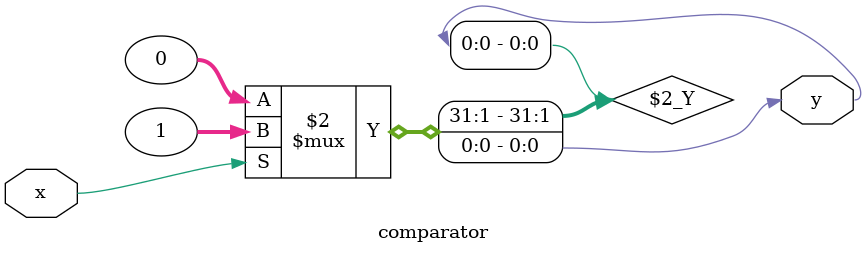
<source format=v>
`timescale 1ns / 1ps


module comparator#(
    parameter X_WIDTH = 1
)(
    input [X_WIDTH-1:0] x,
    output y
    );
    
    assign y = x != 0 ? 1:0;
    
    
endmodule

</source>
